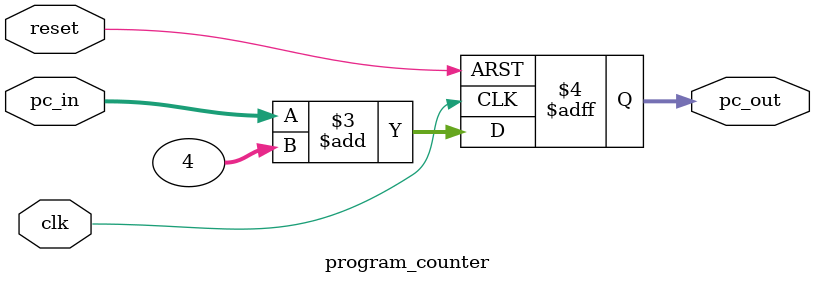
<source format=v>
`timescale 1ns / 1ps


module program_counter(clk,reset,pc_in,pc_out

    );
    input clk,reset;
    input [31:0]pc_in;
    output reg [31:0] pc_out;
    parameter bit = 32;
    parameter INCREMENT = 32'h00000004;
    always@(posedge clk or posedge reset) 
    begin
        if(reset ==1'b1)
            pc_out<=0;
        else 
            pc_out<=pc_in+INCREMENT;     
    
    
    end
endmodule

</source>
